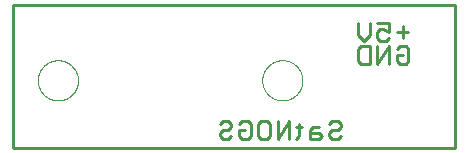
<source format=gbo>
G75*
%MOIN*%
%OFA0B0*%
%FSLAX25Y25*%
%IPPOS*%
%LPD*%
%AMOC8*
5,1,8,0,0,1.08239X$1,22.5*
%
%ADD10C,0.01000*%
%ADD11C,0.01100*%
%ADD12C,0.00000*%
D10*
X0001800Y0001800D02*
X0149300Y0001800D01*
X0149300Y0049300D01*
X0001800Y0049300D01*
X0001800Y0001800D01*
D11*
X0070789Y0005834D02*
X0071773Y0004850D01*
X0073741Y0004850D01*
X0074726Y0005834D01*
X0077234Y0005834D02*
X0078218Y0004850D01*
X0080187Y0004850D01*
X0081171Y0005834D01*
X0081171Y0009771D01*
X0080187Y0010755D01*
X0078218Y0010755D01*
X0077234Y0009771D01*
X0074726Y0009771D02*
X0074726Y0008787D01*
X0073741Y0007803D01*
X0071773Y0007803D01*
X0070789Y0006818D01*
X0070789Y0005834D01*
X0077234Y0005834D02*
X0077234Y0007803D01*
X0079203Y0007803D01*
X0083680Y0005834D02*
X0083680Y0009771D01*
X0084664Y0010755D01*
X0086632Y0010755D01*
X0087617Y0009771D01*
X0087617Y0005834D01*
X0086632Y0004850D01*
X0084664Y0004850D01*
X0083680Y0005834D01*
X0090125Y0004850D02*
X0090125Y0010755D01*
X0094062Y0010755D02*
X0090125Y0004850D01*
X0094062Y0004850D02*
X0094062Y0010755D01*
X0097375Y0009771D02*
X0097375Y0005834D01*
X0096391Y0004850D01*
X0100868Y0004850D02*
X0103820Y0004850D01*
X0104805Y0005834D01*
X0103820Y0006818D01*
X0100868Y0006818D01*
X0100868Y0007803D02*
X0100868Y0004850D01*
X0107313Y0005834D02*
X0107313Y0006818D01*
X0108297Y0007803D01*
X0110266Y0007803D01*
X0111250Y0008787D01*
X0111250Y0009771D01*
X0110266Y0010755D01*
X0108297Y0010755D01*
X0107313Y0009771D01*
X0103820Y0008787D02*
X0101852Y0008787D01*
X0100868Y0007803D01*
X0098359Y0008787D02*
X0096391Y0008787D01*
X0107313Y0005834D02*
X0108297Y0004850D01*
X0110266Y0004850D01*
X0111250Y0005834D01*
X0074726Y0009771D02*
X0073741Y0010755D01*
X0071773Y0010755D01*
X0070789Y0009771D01*
X0116922Y0030834D02*
X0117906Y0029850D01*
X0120859Y0029850D01*
X0120859Y0035755D01*
X0117906Y0035755D01*
X0116922Y0034771D01*
X0116922Y0030834D01*
X0123368Y0029850D02*
X0123368Y0035755D01*
X0127305Y0035755D02*
X0123368Y0029850D01*
X0127305Y0029850D02*
X0127305Y0035755D01*
X0129813Y0034771D02*
X0130797Y0035755D01*
X0132766Y0035755D01*
X0133750Y0034771D01*
X0133750Y0030834D01*
X0132766Y0029850D01*
X0130797Y0029850D01*
X0129813Y0030834D01*
X0129813Y0032803D01*
X0131782Y0032803D01*
X0126320Y0037350D02*
X0124352Y0037350D01*
X0123368Y0038334D01*
X0123368Y0040303D01*
X0124352Y0041287D01*
X0125336Y0041287D01*
X0127305Y0040303D01*
X0127305Y0043255D01*
X0123368Y0043255D01*
X0120859Y0043255D02*
X0120859Y0039318D01*
X0118891Y0037350D01*
X0116922Y0039318D01*
X0116922Y0043255D01*
X0129813Y0040303D02*
X0133750Y0040303D01*
X0131782Y0042271D02*
X0131782Y0038334D01*
X0127305Y0038334D02*
X0126320Y0037350D01*
D12*
X0085009Y0024300D02*
X0085011Y0024464D01*
X0085017Y0024628D01*
X0085027Y0024792D01*
X0085041Y0024956D01*
X0085059Y0025119D01*
X0085081Y0025282D01*
X0085108Y0025444D01*
X0085138Y0025606D01*
X0085172Y0025766D01*
X0085210Y0025926D01*
X0085251Y0026085D01*
X0085297Y0026243D01*
X0085347Y0026399D01*
X0085400Y0026555D01*
X0085457Y0026709D01*
X0085518Y0026861D01*
X0085583Y0027012D01*
X0085652Y0027162D01*
X0085724Y0027309D01*
X0085799Y0027455D01*
X0085879Y0027599D01*
X0085961Y0027741D01*
X0086047Y0027881D01*
X0086137Y0028018D01*
X0086230Y0028154D01*
X0086326Y0028287D01*
X0086426Y0028418D01*
X0086528Y0028546D01*
X0086634Y0028672D01*
X0086743Y0028795D01*
X0086855Y0028915D01*
X0086969Y0029033D01*
X0087087Y0029147D01*
X0087207Y0029259D01*
X0087330Y0029368D01*
X0087456Y0029474D01*
X0087584Y0029576D01*
X0087715Y0029676D01*
X0087848Y0029772D01*
X0087984Y0029865D01*
X0088121Y0029955D01*
X0088261Y0030041D01*
X0088403Y0030123D01*
X0088547Y0030203D01*
X0088693Y0030278D01*
X0088840Y0030350D01*
X0088990Y0030419D01*
X0089141Y0030484D01*
X0089293Y0030545D01*
X0089447Y0030602D01*
X0089603Y0030655D01*
X0089759Y0030705D01*
X0089917Y0030751D01*
X0090076Y0030792D01*
X0090236Y0030830D01*
X0090396Y0030864D01*
X0090558Y0030894D01*
X0090720Y0030921D01*
X0090883Y0030943D01*
X0091046Y0030961D01*
X0091210Y0030975D01*
X0091374Y0030985D01*
X0091538Y0030991D01*
X0091702Y0030993D01*
X0091866Y0030991D01*
X0092030Y0030985D01*
X0092194Y0030975D01*
X0092358Y0030961D01*
X0092521Y0030943D01*
X0092684Y0030921D01*
X0092846Y0030894D01*
X0093008Y0030864D01*
X0093168Y0030830D01*
X0093328Y0030792D01*
X0093487Y0030751D01*
X0093645Y0030705D01*
X0093801Y0030655D01*
X0093957Y0030602D01*
X0094111Y0030545D01*
X0094263Y0030484D01*
X0094414Y0030419D01*
X0094564Y0030350D01*
X0094711Y0030278D01*
X0094857Y0030203D01*
X0095001Y0030123D01*
X0095143Y0030041D01*
X0095283Y0029955D01*
X0095420Y0029865D01*
X0095556Y0029772D01*
X0095689Y0029676D01*
X0095820Y0029576D01*
X0095948Y0029474D01*
X0096074Y0029368D01*
X0096197Y0029259D01*
X0096317Y0029147D01*
X0096435Y0029033D01*
X0096549Y0028915D01*
X0096661Y0028795D01*
X0096770Y0028672D01*
X0096876Y0028546D01*
X0096978Y0028418D01*
X0097078Y0028287D01*
X0097174Y0028154D01*
X0097267Y0028018D01*
X0097357Y0027881D01*
X0097443Y0027741D01*
X0097525Y0027599D01*
X0097605Y0027455D01*
X0097680Y0027309D01*
X0097752Y0027162D01*
X0097821Y0027012D01*
X0097886Y0026861D01*
X0097947Y0026709D01*
X0098004Y0026555D01*
X0098057Y0026399D01*
X0098107Y0026243D01*
X0098153Y0026085D01*
X0098194Y0025926D01*
X0098232Y0025766D01*
X0098266Y0025606D01*
X0098296Y0025444D01*
X0098323Y0025282D01*
X0098345Y0025119D01*
X0098363Y0024956D01*
X0098377Y0024792D01*
X0098387Y0024628D01*
X0098393Y0024464D01*
X0098395Y0024300D01*
X0098393Y0024136D01*
X0098387Y0023972D01*
X0098377Y0023808D01*
X0098363Y0023644D01*
X0098345Y0023481D01*
X0098323Y0023318D01*
X0098296Y0023156D01*
X0098266Y0022994D01*
X0098232Y0022834D01*
X0098194Y0022674D01*
X0098153Y0022515D01*
X0098107Y0022357D01*
X0098057Y0022201D01*
X0098004Y0022045D01*
X0097947Y0021891D01*
X0097886Y0021739D01*
X0097821Y0021588D01*
X0097752Y0021438D01*
X0097680Y0021291D01*
X0097605Y0021145D01*
X0097525Y0021001D01*
X0097443Y0020859D01*
X0097357Y0020719D01*
X0097267Y0020582D01*
X0097174Y0020446D01*
X0097078Y0020313D01*
X0096978Y0020182D01*
X0096876Y0020054D01*
X0096770Y0019928D01*
X0096661Y0019805D01*
X0096549Y0019685D01*
X0096435Y0019567D01*
X0096317Y0019453D01*
X0096197Y0019341D01*
X0096074Y0019232D01*
X0095948Y0019126D01*
X0095820Y0019024D01*
X0095689Y0018924D01*
X0095556Y0018828D01*
X0095420Y0018735D01*
X0095283Y0018645D01*
X0095143Y0018559D01*
X0095001Y0018477D01*
X0094857Y0018397D01*
X0094711Y0018322D01*
X0094564Y0018250D01*
X0094414Y0018181D01*
X0094263Y0018116D01*
X0094111Y0018055D01*
X0093957Y0017998D01*
X0093801Y0017945D01*
X0093645Y0017895D01*
X0093487Y0017849D01*
X0093328Y0017808D01*
X0093168Y0017770D01*
X0093008Y0017736D01*
X0092846Y0017706D01*
X0092684Y0017679D01*
X0092521Y0017657D01*
X0092358Y0017639D01*
X0092194Y0017625D01*
X0092030Y0017615D01*
X0091866Y0017609D01*
X0091702Y0017607D01*
X0091538Y0017609D01*
X0091374Y0017615D01*
X0091210Y0017625D01*
X0091046Y0017639D01*
X0090883Y0017657D01*
X0090720Y0017679D01*
X0090558Y0017706D01*
X0090396Y0017736D01*
X0090236Y0017770D01*
X0090076Y0017808D01*
X0089917Y0017849D01*
X0089759Y0017895D01*
X0089603Y0017945D01*
X0089447Y0017998D01*
X0089293Y0018055D01*
X0089141Y0018116D01*
X0088990Y0018181D01*
X0088840Y0018250D01*
X0088693Y0018322D01*
X0088547Y0018397D01*
X0088403Y0018477D01*
X0088261Y0018559D01*
X0088121Y0018645D01*
X0087984Y0018735D01*
X0087848Y0018828D01*
X0087715Y0018924D01*
X0087584Y0019024D01*
X0087456Y0019126D01*
X0087330Y0019232D01*
X0087207Y0019341D01*
X0087087Y0019453D01*
X0086969Y0019567D01*
X0086855Y0019685D01*
X0086743Y0019805D01*
X0086634Y0019928D01*
X0086528Y0020054D01*
X0086426Y0020182D01*
X0086326Y0020313D01*
X0086230Y0020446D01*
X0086137Y0020582D01*
X0086047Y0020719D01*
X0085961Y0020859D01*
X0085879Y0021001D01*
X0085799Y0021145D01*
X0085724Y0021291D01*
X0085652Y0021438D01*
X0085583Y0021588D01*
X0085518Y0021739D01*
X0085457Y0021891D01*
X0085400Y0022045D01*
X0085347Y0022201D01*
X0085297Y0022357D01*
X0085251Y0022515D01*
X0085210Y0022674D01*
X0085172Y0022834D01*
X0085138Y0022994D01*
X0085108Y0023156D01*
X0085081Y0023318D01*
X0085059Y0023481D01*
X0085041Y0023644D01*
X0085027Y0023808D01*
X0085017Y0023972D01*
X0085011Y0024136D01*
X0085009Y0024300D01*
X0010205Y0024300D02*
X0010207Y0024464D01*
X0010213Y0024628D01*
X0010223Y0024792D01*
X0010237Y0024956D01*
X0010255Y0025119D01*
X0010277Y0025282D01*
X0010304Y0025444D01*
X0010334Y0025606D01*
X0010368Y0025766D01*
X0010406Y0025926D01*
X0010447Y0026085D01*
X0010493Y0026243D01*
X0010543Y0026399D01*
X0010596Y0026555D01*
X0010653Y0026709D01*
X0010714Y0026861D01*
X0010779Y0027012D01*
X0010848Y0027162D01*
X0010920Y0027309D01*
X0010995Y0027455D01*
X0011075Y0027599D01*
X0011157Y0027741D01*
X0011243Y0027881D01*
X0011333Y0028018D01*
X0011426Y0028154D01*
X0011522Y0028287D01*
X0011622Y0028418D01*
X0011724Y0028546D01*
X0011830Y0028672D01*
X0011939Y0028795D01*
X0012051Y0028915D01*
X0012165Y0029033D01*
X0012283Y0029147D01*
X0012403Y0029259D01*
X0012526Y0029368D01*
X0012652Y0029474D01*
X0012780Y0029576D01*
X0012911Y0029676D01*
X0013044Y0029772D01*
X0013180Y0029865D01*
X0013317Y0029955D01*
X0013457Y0030041D01*
X0013599Y0030123D01*
X0013743Y0030203D01*
X0013889Y0030278D01*
X0014036Y0030350D01*
X0014186Y0030419D01*
X0014337Y0030484D01*
X0014489Y0030545D01*
X0014643Y0030602D01*
X0014799Y0030655D01*
X0014955Y0030705D01*
X0015113Y0030751D01*
X0015272Y0030792D01*
X0015432Y0030830D01*
X0015592Y0030864D01*
X0015754Y0030894D01*
X0015916Y0030921D01*
X0016079Y0030943D01*
X0016242Y0030961D01*
X0016406Y0030975D01*
X0016570Y0030985D01*
X0016734Y0030991D01*
X0016898Y0030993D01*
X0017062Y0030991D01*
X0017226Y0030985D01*
X0017390Y0030975D01*
X0017554Y0030961D01*
X0017717Y0030943D01*
X0017880Y0030921D01*
X0018042Y0030894D01*
X0018204Y0030864D01*
X0018364Y0030830D01*
X0018524Y0030792D01*
X0018683Y0030751D01*
X0018841Y0030705D01*
X0018997Y0030655D01*
X0019153Y0030602D01*
X0019307Y0030545D01*
X0019459Y0030484D01*
X0019610Y0030419D01*
X0019760Y0030350D01*
X0019907Y0030278D01*
X0020053Y0030203D01*
X0020197Y0030123D01*
X0020339Y0030041D01*
X0020479Y0029955D01*
X0020616Y0029865D01*
X0020752Y0029772D01*
X0020885Y0029676D01*
X0021016Y0029576D01*
X0021144Y0029474D01*
X0021270Y0029368D01*
X0021393Y0029259D01*
X0021513Y0029147D01*
X0021631Y0029033D01*
X0021745Y0028915D01*
X0021857Y0028795D01*
X0021966Y0028672D01*
X0022072Y0028546D01*
X0022174Y0028418D01*
X0022274Y0028287D01*
X0022370Y0028154D01*
X0022463Y0028018D01*
X0022553Y0027881D01*
X0022639Y0027741D01*
X0022721Y0027599D01*
X0022801Y0027455D01*
X0022876Y0027309D01*
X0022948Y0027162D01*
X0023017Y0027012D01*
X0023082Y0026861D01*
X0023143Y0026709D01*
X0023200Y0026555D01*
X0023253Y0026399D01*
X0023303Y0026243D01*
X0023349Y0026085D01*
X0023390Y0025926D01*
X0023428Y0025766D01*
X0023462Y0025606D01*
X0023492Y0025444D01*
X0023519Y0025282D01*
X0023541Y0025119D01*
X0023559Y0024956D01*
X0023573Y0024792D01*
X0023583Y0024628D01*
X0023589Y0024464D01*
X0023591Y0024300D01*
X0023589Y0024136D01*
X0023583Y0023972D01*
X0023573Y0023808D01*
X0023559Y0023644D01*
X0023541Y0023481D01*
X0023519Y0023318D01*
X0023492Y0023156D01*
X0023462Y0022994D01*
X0023428Y0022834D01*
X0023390Y0022674D01*
X0023349Y0022515D01*
X0023303Y0022357D01*
X0023253Y0022201D01*
X0023200Y0022045D01*
X0023143Y0021891D01*
X0023082Y0021739D01*
X0023017Y0021588D01*
X0022948Y0021438D01*
X0022876Y0021291D01*
X0022801Y0021145D01*
X0022721Y0021001D01*
X0022639Y0020859D01*
X0022553Y0020719D01*
X0022463Y0020582D01*
X0022370Y0020446D01*
X0022274Y0020313D01*
X0022174Y0020182D01*
X0022072Y0020054D01*
X0021966Y0019928D01*
X0021857Y0019805D01*
X0021745Y0019685D01*
X0021631Y0019567D01*
X0021513Y0019453D01*
X0021393Y0019341D01*
X0021270Y0019232D01*
X0021144Y0019126D01*
X0021016Y0019024D01*
X0020885Y0018924D01*
X0020752Y0018828D01*
X0020616Y0018735D01*
X0020479Y0018645D01*
X0020339Y0018559D01*
X0020197Y0018477D01*
X0020053Y0018397D01*
X0019907Y0018322D01*
X0019760Y0018250D01*
X0019610Y0018181D01*
X0019459Y0018116D01*
X0019307Y0018055D01*
X0019153Y0017998D01*
X0018997Y0017945D01*
X0018841Y0017895D01*
X0018683Y0017849D01*
X0018524Y0017808D01*
X0018364Y0017770D01*
X0018204Y0017736D01*
X0018042Y0017706D01*
X0017880Y0017679D01*
X0017717Y0017657D01*
X0017554Y0017639D01*
X0017390Y0017625D01*
X0017226Y0017615D01*
X0017062Y0017609D01*
X0016898Y0017607D01*
X0016734Y0017609D01*
X0016570Y0017615D01*
X0016406Y0017625D01*
X0016242Y0017639D01*
X0016079Y0017657D01*
X0015916Y0017679D01*
X0015754Y0017706D01*
X0015592Y0017736D01*
X0015432Y0017770D01*
X0015272Y0017808D01*
X0015113Y0017849D01*
X0014955Y0017895D01*
X0014799Y0017945D01*
X0014643Y0017998D01*
X0014489Y0018055D01*
X0014337Y0018116D01*
X0014186Y0018181D01*
X0014036Y0018250D01*
X0013889Y0018322D01*
X0013743Y0018397D01*
X0013599Y0018477D01*
X0013457Y0018559D01*
X0013317Y0018645D01*
X0013180Y0018735D01*
X0013044Y0018828D01*
X0012911Y0018924D01*
X0012780Y0019024D01*
X0012652Y0019126D01*
X0012526Y0019232D01*
X0012403Y0019341D01*
X0012283Y0019453D01*
X0012165Y0019567D01*
X0012051Y0019685D01*
X0011939Y0019805D01*
X0011830Y0019928D01*
X0011724Y0020054D01*
X0011622Y0020182D01*
X0011522Y0020313D01*
X0011426Y0020446D01*
X0011333Y0020582D01*
X0011243Y0020719D01*
X0011157Y0020859D01*
X0011075Y0021001D01*
X0010995Y0021145D01*
X0010920Y0021291D01*
X0010848Y0021438D01*
X0010779Y0021588D01*
X0010714Y0021739D01*
X0010653Y0021891D01*
X0010596Y0022045D01*
X0010543Y0022201D01*
X0010493Y0022357D01*
X0010447Y0022515D01*
X0010406Y0022674D01*
X0010368Y0022834D01*
X0010334Y0022994D01*
X0010304Y0023156D01*
X0010277Y0023318D01*
X0010255Y0023481D01*
X0010237Y0023644D01*
X0010223Y0023808D01*
X0010213Y0023972D01*
X0010207Y0024136D01*
X0010205Y0024300D01*
M02*

</source>
